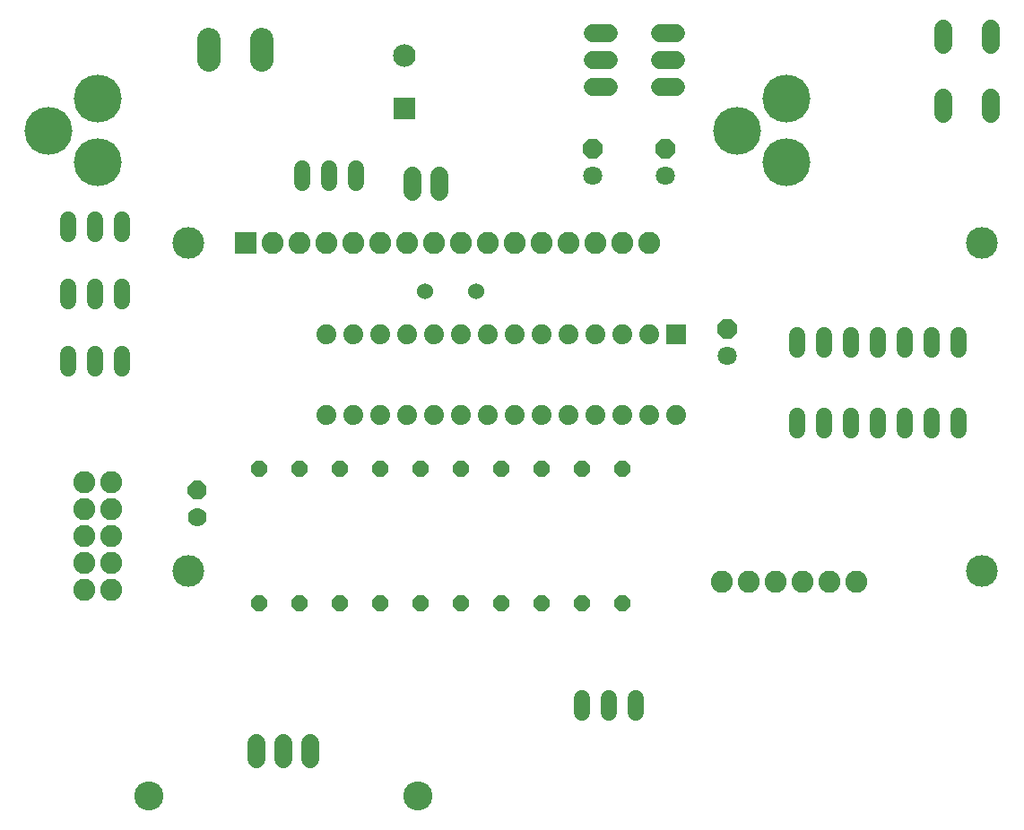
<source format=gbs>
G75*
%MOIN*%
%OFA0B0*%
%FSLAX25Y25*%
%IPPOS*%
%LPD*%
%AMOC8*
5,1,8,0,0,1.08239X$1,22.5*
%
%ADD10C,0.06800*%
%ADD11OC8,0.06000*%
%ADD12C,0.06000*%
%ADD13C,0.08600*%
%ADD14R,0.07400X0.07400*%
%ADD15C,0.07400*%
%ADD16C,0.06000*%
%ADD17OC8,0.07100*%
%ADD18C,0.07100*%
%ADD19C,0.17800*%
%ADD20R,0.08200X0.08200*%
%ADD21C,0.08200*%
%ADD22C,0.11824*%
%ADD23C,0.08400*%
%ADD24R,0.08400X0.08400*%
%ADD25OC8,0.07000*%
%ADD26C,0.07000*%
%ADD27C,0.10800*%
D10*
X0098300Y0068300D02*
X0098300Y0074300D01*
X0108300Y0074300D02*
X0108300Y0068300D01*
X0118300Y0068300D02*
X0118300Y0074300D01*
X0156300Y0279300D02*
X0156300Y0285300D01*
X0166300Y0285300D02*
X0166300Y0279300D01*
X0223300Y0318300D02*
X0229300Y0318300D01*
X0229300Y0328300D02*
X0223300Y0328300D01*
X0223300Y0338300D02*
X0229300Y0338300D01*
X0248300Y0338300D02*
X0254300Y0338300D01*
X0254300Y0328300D02*
X0248300Y0328300D01*
X0248300Y0318300D02*
X0254300Y0318300D01*
X0353400Y0314500D02*
X0353400Y0308500D01*
X0371200Y0308500D02*
X0371200Y0314500D01*
X0371200Y0334100D02*
X0371200Y0340100D01*
X0353400Y0340100D02*
X0353400Y0334100D01*
D11*
X0234300Y0176300D03*
X0219300Y0176300D03*
X0204300Y0176300D03*
X0189300Y0176300D03*
X0174300Y0176300D03*
X0159300Y0176300D03*
X0144300Y0176300D03*
X0129300Y0176300D03*
X0114300Y0176300D03*
X0099300Y0176300D03*
X0099300Y0126300D03*
X0114300Y0126300D03*
X0129300Y0126300D03*
X0144300Y0126300D03*
X0159300Y0126300D03*
X0174300Y0126300D03*
X0189300Y0126300D03*
X0204300Y0126300D03*
X0219300Y0126300D03*
X0234300Y0126300D03*
D12*
X0229300Y0090900D02*
X0229300Y0085700D01*
X0219300Y0085700D02*
X0219300Y0090900D01*
X0239300Y0090900D02*
X0239300Y0085700D01*
X0299300Y0190700D02*
X0299300Y0195900D01*
X0309300Y0195900D02*
X0309300Y0190700D01*
X0319300Y0190700D02*
X0319300Y0195900D01*
X0329300Y0195900D02*
X0329300Y0190700D01*
X0339300Y0190700D02*
X0339300Y0195900D01*
X0349300Y0195900D02*
X0349300Y0190700D01*
X0359300Y0190700D02*
X0359300Y0195900D01*
X0359300Y0220700D02*
X0359300Y0225900D01*
X0349300Y0225900D02*
X0349300Y0220700D01*
X0339300Y0220700D02*
X0339300Y0225900D01*
X0329300Y0225900D02*
X0329300Y0220700D01*
X0319300Y0220700D02*
X0319300Y0225900D01*
X0309300Y0225900D02*
X0309300Y0220700D01*
X0299300Y0220700D02*
X0299300Y0225900D01*
X0135300Y0282700D02*
X0135300Y0287900D01*
X0125300Y0287900D02*
X0125300Y0282700D01*
X0115300Y0282700D02*
X0115300Y0287900D01*
X0048300Y0268900D02*
X0048300Y0263700D01*
X0038300Y0263700D02*
X0038300Y0268900D01*
X0028300Y0268900D02*
X0028300Y0263700D01*
X0028300Y0243900D02*
X0028300Y0238700D01*
X0038300Y0238700D02*
X0038300Y0243900D01*
X0048300Y0243900D02*
X0048300Y0238700D01*
X0048300Y0218900D02*
X0048300Y0213700D01*
X0038300Y0213700D02*
X0038300Y0218900D01*
X0028300Y0218900D02*
X0028300Y0213700D01*
D13*
X0080400Y0328400D02*
X0080400Y0336200D01*
X0100200Y0336200D02*
X0100200Y0328400D01*
D14*
X0254300Y0226300D03*
D15*
X0244300Y0226300D03*
X0234300Y0226300D03*
X0224300Y0226300D03*
X0214300Y0226300D03*
X0204300Y0226300D03*
X0194300Y0226300D03*
X0184300Y0226300D03*
X0174300Y0226300D03*
X0164300Y0226300D03*
X0154300Y0226300D03*
X0144300Y0226300D03*
X0134300Y0226300D03*
X0124300Y0226300D03*
X0124300Y0196300D03*
X0134300Y0196300D03*
X0144300Y0196300D03*
X0154300Y0196300D03*
X0164300Y0196300D03*
X0174300Y0196300D03*
X0184300Y0196300D03*
X0194300Y0196300D03*
X0204300Y0196300D03*
X0214300Y0196300D03*
X0224300Y0196300D03*
X0234300Y0196300D03*
X0244300Y0196300D03*
X0254300Y0196300D03*
D16*
X0179800Y0242300D03*
X0160800Y0242300D03*
D17*
X0223300Y0295300D03*
X0250300Y0295300D03*
X0273300Y0228300D03*
D18*
X0273300Y0218300D03*
X0250300Y0285300D03*
X0223300Y0285300D03*
D19*
X0276796Y0302174D03*
X0295300Y0290363D03*
X0295300Y0313985D03*
X0039300Y0313985D03*
X0020796Y0302174D03*
X0039300Y0290363D03*
D20*
X0094316Y0260324D03*
D21*
X0104316Y0260324D03*
X0114316Y0260324D03*
X0124316Y0260324D03*
X0134316Y0260324D03*
X0144316Y0260324D03*
X0154316Y0260324D03*
X0164316Y0260324D03*
X0174316Y0260324D03*
X0184316Y0260324D03*
X0194316Y0260324D03*
X0204316Y0260324D03*
X0214316Y0260324D03*
X0224316Y0260324D03*
X0234316Y0260324D03*
X0244316Y0260324D03*
X0271300Y0134300D03*
X0281300Y0134300D03*
X0291300Y0134300D03*
X0301300Y0134300D03*
X0311300Y0134300D03*
X0321300Y0134300D03*
X0044300Y0131300D03*
X0044300Y0141300D03*
X0044300Y0151300D03*
X0044300Y0161300D03*
X0044300Y0171300D03*
X0034300Y0171300D03*
X0034300Y0161300D03*
X0034300Y0151300D03*
X0034300Y0141300D03*
X0034300Y0131300D03*
D22*
X0072662Y0138276D03*
X0072662Y0260324D03*
X0367938Y0260324D03*
X0367938Y0138276D03*
D23*
X0153300Y0330143D03*
D24*
X0153300Y0310457D03*
D25*
X0076300Y0168300D03*
D26*
X0076300Y0158300D03*
D27*
X0058300Y0054800D03*
X0158300Y0054800D03*
M02*

</source>
